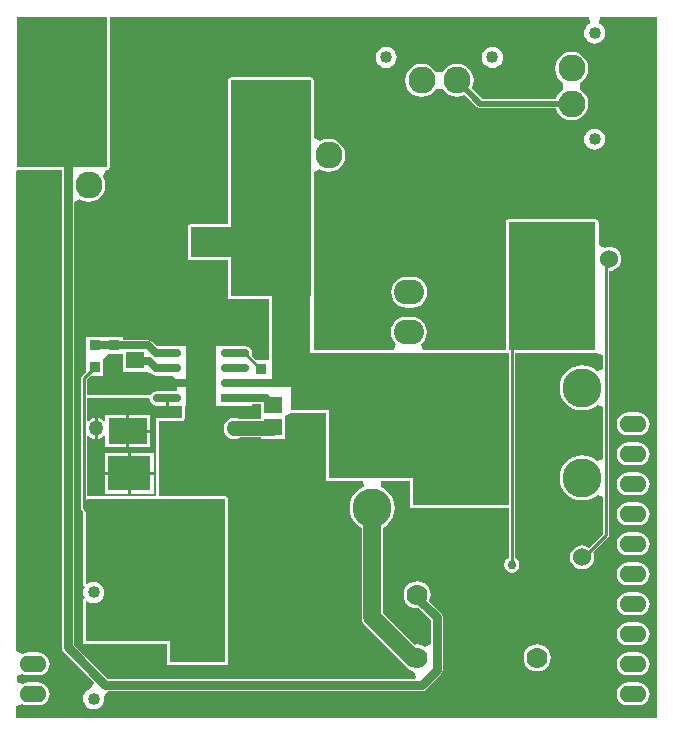
<source format=gtl>
G04*
G04 #@! TF.GenerationSoftware,Altium Limited,Altium Designer,20.1.12 (249)*
G04*
G04 Layer_Physical_Order=1*
G04 Layer_Color=255*
%FSLAX25Y25*%
%MOIN*%
G70*
G04*
G04 #@! TF.SameCoordinates,52F10900-DB58-4C41-AEEA-7F3F7A3DCA95*
G04*
G04*
G04 #@! TF.FilePolarity,Positive*
G04*
G01*
G75*
%ADD10C,0.01000*%
%ADD13R,0.14300X0.11650*%
%ADD14O,0.09449X0.02756*%
%ADD15R,0.09449X0.02756*%
%ADD16R,0.09449X0.12205*%
%ADD17R,0.03740X0.03543*%
%ADD18R,0.05906X0.05709*%
%ADD19R,0.13000X0.08661*%
%ADD20R,0.06500X0.06500*%
%ADD40C,0.06000*%
%ADD41C,0.03000*%
%ADD42C,0.02000*%
%ADD43C,0.05000*%
%ADD44C,0.02700*%
%ADD45C,0.02500*%
%ADD46R,0.10000X0.27000*%
%ADD47R,0.29000X0.42640*%
%ADD48R,0.30000X0.50000*%
%ADD49R,0.17500X0.10000*%
%ADD50R,0.26500X0.72000*%
%ADD51R,0.13000X0.98500*%
%ADD52C,0.13000*%
%ADD53C,0.07000*%
%ADD54O,0.08960X0.05600*%
%ADD55C,0.09000*%
%ADD56C,0.04000*%
G04:AMPARAMS|DCode=57|XSize=240mil|YSize=80mil|CornerRadius=20mil|HoleSize=0mil|Usage=FLASHONLY|Rotation=0.000|XOffset=0mil|YOffset=0mil|HoleType=Round|Shape=RoundedRectangle|*
%AMROUNDEDRECTD57*
21,1,0.24000,0.04000,0,0,0.0*
21,1,0.20000,0.08000,0,0,0.0*
1,1,0.04000,0.10000,-0.02000*
1,1,0.04000,-0.10000,-0.02000*
1,1,0.04000,-0.10000,0.02000*
1,1,0.04000,0.10000,0.02000*
%
%ADD57ROUNDEDRECTD57*%
%ADD58O,0.10000X0.08300*%
%ADD59C,0.06000*%
%ADD60R,0.06000X0.06000*%
%ADD61C,0.03000*%
%ADD62C,0.05000*%
G36*
X340000Y101803D02*
X126303Y101803D01*
Y105858D01*
X128303Y106758D01*
X128404Y106681D01*
X129328Y106298D01*
X130320Y106167D01*
X133680D01*
X134672Y106298D01*
X135596Y106681D01*
X136390Y107290D01*
X136999Y108084D01*
X137382Y109008D01*
X137513Y110000D01*
X137382Y110992D01*
X136999Y111916D01*
X136390Y112710D01*
X135596Y113319D01*
X134672Y113702D01*
X133680Y113833D01*
X130320D01*
X129328Y113702D01*
X128404Y113319D01*
X128303Y113242D01*
X126578Y114018D01*
Y115982D01*
X128303Y116758D01*
X128404Y116681D01*
X129328Y116298D01*
X130320Y116167D01*
X133680D01*
X134672Y116298D01*
X135596Y116681D01*
X136390Y117290D01*
X136999Y118084D01*
X137382Y119008D01*
X137513Y120000D01*
X137382Y120992D01*
X136999Y121916D01*
X136390Y122710D01*
X135596Y123319D01*
X134672Y123702D01*
X133680Y123833D01*
X130320D01*
X129328Y123702D01*
X128404Y123319D01*
X128303Y123242D01*
X126303Y124142D01*
Y284319D01*
X126500Y284480D01*
X141461D01*
Y125500D01*
X141616Y124720D01*
X142058Y124058D01*
X152257Y113859D01*
X152253Y113705D01*
X151455Y111832D01*
X151285Y111810D01*
X150434Y111457D01*
X149703Y110896D01*
X149142Y110165D01*
X148789Y109314D01*
X148669Y108400D01*
X148789Y107486D01*
X149142Y106635D01*
X149703Y105904D01*
X150434Y105343D01*
X151285Y104990D01*
X152199Y104870D01*
X153113Y104990D01*
X153964Y105343D01*
X154695Y105904D01*
X155256Y106635D01*
X155609Y107486D01*
X155729Y108400D01*
X155649Y109007D01*
X155685Y109207D01*
X155929Y109673D01*
X157074Y110961D01*
X261500D01*
X262280Y111116D01*
X262942Y111558D01*
X267942Y116558D01*
X268384Y117220D01*
X268539Y118000D01*
Y135500D01*
X268384Y136280D01*
X267942Y136942D01*
X263996Y140888D01*
X264384Y141825D01*
X264539Y143000D01*
X264384Y144175D01*
X263931Y145269D01*
X263209Y146209D01*
X262269Y146931D01*
X261175Y147384D01*
X260000Y147539D01*
X258825Y147384D01*
X257731Y146931D01*
X256791Y146209D01*
X256069Y145269D01*
X255616Y144175D01*
X255461Y143000D01*
X255616Y141825D01*
X256069Y140731D01*
X256791Y139791D01*
X257731Y139069D01*
X258825Y138616D01*
X260000Y138461D01*
X260579Y138537D01*
X264461Y134655D01*
Y126737D01*
X262461Y125784D01*
X262269Y125931D01*
X261175Y126384D01*
X260000Y126539D01*
X259075Y126417D01*
X248530Y136962D01*
Y165383D01*
X249187Y165734D01*
X250329Y166671D01*
X251266Y167813D01*
X251963Y169116D01*
X252392Y170530D01*
X252536Y172000D01*
X252392Y173470D01*
X251963Y174884D01*
X251266Y176187D01*
X250329Y177329D01*
X249187Y178266D01*
X247884Y178963D01*
X247825Y178980D01*
X248122Y180980D01*
X257480D01*
X257480Y173558D01*
X257480Y173000D01*
X257480Y173000D01*
X257558Y172610D01*
X257779Y172279D01*
X258110Y172058D01*
X258500Y171980D01*
X258500Y171980D01*
X259058Y171980D01*
X290480Y171980D01*
Y155325D01*
X289698Y154802D01*
X289145Y153975D01*
X288951Y153000D01*
X289145Y152024D01*
X289698Y151198D01*
X290525Y150645D01*
X291500Y150451D01*
X292476Y150645D01*
X293302Y151198D01*
X293855Y152024D01*
X294049Y153000D01*
X293855Y153975D01*
X293302Y154802D01*
X292520Y155325D01*
Y223480D01*
X319500D01*
X319890Y223558D01*
X319980Y223618D01*
X321014Y223343D01*
X321980Y222812D01*
Y218469D01*
X321239Y217957D01*
X319980Y217615D01*
X319187Y218266D01*
X317884Y218963D01*
X316470Y219391D01*
X315000Y219536D01*
X313530Y219391D01*
X312116Y218963D01*
X310813Y218266D01*
X309671Y217329D01*
X308734Y216187D01*
X308037Y214884D01*
X307609Y213470D01*
X307464Y212000D01*
X307609Y210530D01*
X308037Y209116D01*
X308734Y207813D01*
X309671Y206671D01*
X310813Y205734D01*
X312116Y205037D01*
X313530Y204608D01*
X315000Y204464D01*
X316470Y204608D01*
X317884Y205037D01*
X319187Y205734D01*
X319980Y206385D01*
X321239Y206043D01*
X321980Y205531D01*
Y188469D01*
X321239Y187957D01*
X319980Y187615D01*
X319187Y188266D01*
X317884Y188963D01*
X316470Y189392D01*
X315000Y189536D01*
X313530Y189392D01*
X312116Y188963D01*
X310813Y188266D01*
X309671Y187329D01*
X308734Y186187D01*
X308037Y184884D01*
X307609Y183470D01*
X307464Y182000D01*
X307609Y180530D01*
X308037Y179116D01*
X308734Y177813D01*
X309671Y176671D01*
X310813Y175734D01*
X312116Y175037D01*
X313530Y174609D01*
X315000Y174464D01*
X316470Y174609D01*
X317884Y175037D01*
X319187Y175734D01*
X319980Y176385D01*
X321239Y176043D01*
X321980Y175531D01*
Y163422D01*
X317320Y158762D01*
X317017Y158994D01*
X316044Y159397D01*
X315000Y159535D01*
X313956Y159397D01*
X312983Y158994D01*
X312147Y158353D01*
X311506Y157517D01*
X311103Y156544D01*
X310965Y155500D01*
X311103Y154456D01*
X311506Y153483D01*
X312147Y152647D01*
X312983Y152006D01*
X313956Y151603D01*
X315000Y151465D01*
X316044Y151603D01*
X317017Y152006D01*
X317853Y152647D01*
X318494Y153483D01*
X318897Y154456D01*
X319035Y155500D01*
X318897Y156544D01*
X318630Y157188D01*
X323721Y162279D01*
X323942Y162610D01*
X324020Y163000D01*
Y250968D01*
X325044Y251103D01*
X326017Y251506D01*
X326853Y252147D01*
X327494Y252983D01*
X327897Y253956D01*
X328034Y255000D01*
X327897Y256044D01*
X327494Y257017D01*
X326853Y257853D01*
X326017Y258494D01*
X325044Y258897D01*
X324000Y259034D01*
X322956Y258897D01*
X322520Y258716D01*
X321024Y259410D01*
X320520Y259892D01*
Y267140D01*
X320442Y267530D01*
X320221Y267861D01*
X319890Y268082D01*
X319500Y268159D01*
X290500D01*
X290110Y268082D01*
X289779Y267861D01*
X289558Y267530D01*
X289480Y267140D01*
Y224520D01*
X262001D01*
X261322Y226520D01*
X261723Y226827D01*
X262548Y227903D01*
X263067Y229156D01*
X263244Y230500D01*
X263067Y231844D01*
X262548Y233097D01*
X261723Y234173D01*
X260647Y234998D01*
X259394Y235517D01*
X258050Y235694D01*
X256350D01*
X255006Y235517D01*
X253753Y234998D01*
X252677Y234173D01*
X251852Y233097D01*
X251333Y231844D01*
X251156Y230500D01*
X251333Y229156D01*
X251852Y227903D01*
X252677Y226827D01*
X253078Y226520D01*
X252399Y224520D01*
X225520D01*
Y283868D01*
X227520Y284854D01*
X227726Y284696D01*
X229064Y284142D01*
X230500Y283952D01*
X231936Y284142D01*
X233274Y284696D01*
X234423Y285577D01*
X235304Y286726D01*
X235858Y288064D01*
X236048Y289500D01*
X235858Y290936D01*
X235304Y292274D01*
X234423Y293423D01*
X233274Y294304D01*
X231936Y294858D01*
X230500Y295047D01*
X229064Y294858D01*
X227726Y294304D01*
X227520Y294146D01*
X225520Y295132D01*
Y311000D01*
Y314500D01*
X225442Y314890D01*
X225221Y315221D01*
X224890Y315442D01*
X224500Y315520D01*
X198000D01*
X197610Y315442D01*
X197279Y315221D01*
X197058Y314890D01*
X196980Y314500D01*
Y266520D01*
X184500D01*
X184110Y266442D01*
X183779Y266221D01*
X183558Y265890D01*
X183480Y265500D01*
Y255500D01*
X183558Y255110D01*
X183779Y254779D01*
X184110Y254558D01*
X184500Y254480D01*
X196980D01*
Y242500D01*
X197058Y242110D01*
X197279Y241779D01*
X197610Y241558D01*
X198000Y241480D01*
X210480D01*
Y221130D01*
X206312D01*
X204891Y222551D01*
X204905Y222572D01*
X205090Y223500D01*
X204905Y224428D01*
X204380Y225214D01*
X203593Y225740D01*
X202665Y225924D01*
X173335D01*
X173138Y225885D01*
X171620Y227403D01*
X171041Y227790D01*
X170358Y227926D01*
X161870D01*
Y228913D01*
X156130D01*
Y228913D01*
X155370D01*
Y228913D01*
X149630D01*
Y223370D01*
X149630D01*
Y221630D01*
X149630D01*
Y217430D01*
X148279Y216079D01*
X148058Y215749D01*
X147980Y215358D01*
Y172000D01*
X148058Y171610D01*
X148279Y171279D01*
X148480Y171078D01*
Y146771D01*
X148513Y146608D01*
X148535Y146443D01*
X148551Y146414D01*
X148558Y146381D01*
X148650Y146242D01*
X148733Y146099D01*
X148760Y146078D01*
X148779Y146050D01*
X149142Y145565D01*
X148789Y144714D01*
X148669Y143800D01*
X148789Y142886D01*
X149142Y142035D01*
X148779Y141550D01*
X148760Y141522D01*
X148733Y141501D01*
X148650Y141357D01*
X148558Y141219D01*
X148551Y141186D01*
X148535Y141157D01*
X148513Y140992D01*
X148480Y140829D01*
Y127500D01*
X148558Y127110D01*
X148779Y126779D01*
X149110Y126558D01*
X149500Y126480D01*
X159687D01*
X159899Y126453D01*
X160111Y126480D01*
X176480D01*
Y120500D01*
X176558Y120110D01*
X176779Y119779D01*
X177110Y119558D01*
X177500Y119480D01*
X195980D01*
X196371Y119558D01*
X196701Y119779D01*
X196922Y120110D01*
X197000Y120500D01*
Y174980D01*
X196922Y175371D01*
X196701Y175701D01*
X196371Y175922D01*
X195980Y176000D01*
X174000D01*
X174000Y199042D01*
D01*
Y201000D01*
X181500Y201000D01*
X181890Y201078D01*
X182221Y201299D01*
X182442Y201629D01*
X182520Y202020D01*
X182520Y206000D01*
X196000D01*
X196000Y206000D01*
X197950Y206122D01*
X205043D01*
Y206716D01*
X208047D01*
Y201526D01*
X200806D01*
X200765Y201557D01*
X199914Y201910D01*
X199000Y202030D01*
X198086Y201910D01*
X197235Y201557D01*
X196504Y200996D01*
X195943Y200265D01*
X195590Y199414D01*
X195470Y198500D01*
X195590Y197586D01*
X195943Y196735D01*
X196504Y196004D01*
X197235Y195443D01*
X198086Y195090D01*
X199000Y194970D01*
X199914Y195090D01*
X200765Y195443D01*
X200806Y195474D01*
X208047D01*
Y195004D01*
X215953D01*
Y202438D01*
X215985Y202460D01*
X217953Y203490D01*
X218000Y203480D01*
X218000Y203480D01*
X218558Y203480D01*
X229480Y203480D01*
Y182000D01*
X229558Y181610D01*
X229779Y181279D01*
X230110Y181058D01*
X230500Y180980D01*
X241878D01*
X242175Y178980D01*
X242116Y178963D01*
X240813Y178266D01*
X239671Y177329D01*
X238734Y176187D01*
X238037Y174884D01*
X237609Y173470D01*
X237464Y172000D01*
X237609Y170530D01*
X238037Y169116D01*
X238734Y167813D01*
X239671Y166671D01*
X240813Y165734D01*
X241470Y165383D01*
Y135500D01*
X241590Y134586D01*
X241943Y133735D01*
X242504Y133004D01*
X256004Y119504D01*
X256586Y119057D01*
X256791Y118791D01*
X257731Y118069D01*
X258580Y117717D01*
X258934Y117301D01*
X259558Y115502D01*
X259270Y115039D01*
X156845D01*
X145539Y126345D01*
Y273853D01*
X147539Y274839D01*
X147726Y274696D01*
X149064Y274142D01*
X150500Y273953D01*
X151936Y274142D01*
X153274Y274696D01*
X154423Y275577D01*
X155304Y276726D01*
X155858Y278064D01*
X156047Y279500D01*
X155858Y280936D01*
X155304Y282274D01*
X155146Y282480D01*
X156132Y284480D01*
X156500D01*
X156890Y284558D01*
X157221Y284779D01*
X157442Y285110D01*
X157520Y285500D01*
Y335500D01*
X317382D01*
X317780Y333500D01*
X317435Y333357D01*
X316704Y332796D01*
X316143Y332065D01*
X315790Y331214D01*
X315670Y330300D01*
X315790Y329386D01*
X316143Y328535D01*
X316704Y327804D01*
X317435Y327243D01*
X318286Y326890D01*
X319200Y326770D01*
X320114Y326890D01*
X320965Y327243D01*
X321696Y327804D01*
X322257Y328535D01*
X322610Y329386D01*
X322730Y330300D01*
X322610Y331214D01*
X322257Y332065D01*
X321696Y332796D01*
X320965Y333357D01*
X320620Y333500D01*
X321018Y335500D01*
X340000D01*
Y101803D01*
D02*
G37*
G36*
X161870Y223370D02*
X162047Y221444D01*
Y217287D01*
X169953D01*
X169953Y217287D01*
X171718Y216720D01*
X172407Y216260D01*
X173335Y216075D01*
X178599D01*
X180012Y214660D01*
X180007Y210925D01*
X173335D01*
X172407Y210740D01*
X171620Y210214D01*
X171095Y209428D01*
X171038Y209395D01*
X170823Y209467D01*
X170660Y209488D01*
X170500Y209520D01*
X150020D01*
Y214936D01*
X151170Y216087D01*
X155370D01*
Y221630D01*
X155370D01*
Y221685D01*
X157370Y223370D01*
X161870D01*
D02*
G37*
G36*
X177181Y206076D02*
X179925D01*
X180000Y206000D01*
Y206000D01*
X181500D01*
X181500Y202020D01*
X174000Y202020D01*
X173901Y202000D01*
X173000D01*
Y201098D01*
X172980Y201000D01*
X172980Y176000D01*
X150020D01*
Y195857D01*
X150338Y195965D01*
X150520Y195992D01*
X151235Y195443D01*
X152086Y195090D01*
X152500Y195036D01*
Y198500D01*
Y201964D01*
X152086Y201910D01*
X151235Y201557D01*
X150520Y201008D01*
X150338Y201035D01*
X150020Y201143D01*
Y208500D01*
X170500D01*
X170939Y208353D01*
X171095Y207572D01*
X171620Y206786D01*
X172407Y206260D01*
X173335Y206076D01*
X176181D01*
Y208500D01*
X177181D01*
Y206076D01*
D02*
G37*
G36*
X174000Y174980D02*
X195980D01*
Y120500D01*
X177500D01*
Y127500D01*
X149500D01*
Y140829D01*
X150000Y141076D01*
X150434Y140743D01*
X151285Y140390D01*
X152199Y140270D01*
X153113Y140390D01*
X153964Y140743D01*
X154695Y141304D01*
X155256Y142035D01*
X155609Y142886D01*
X155729Y143800D01*
X155609Y144714D01*
X155256Y145565D01*
X154695Y146296D01*
X153964Y146857D01*
X153113Y147210D01*
X152199Y147330D01*
X151285Y147210D01*
X150434Y146857D01*
X150000Y146524D01*
X149500Y146771D01*
Y174749D01*
X150000Y174984D01*
X150020Y174980D01*
X172980D01*
X173079Y175000D01*
X173901D01*
X174000Y174980D01*
D02*
G37*
G36*
X290480Y223484D02*
Y173000D01*
X258500Y173000D01*
X258500Y182000D01*
X230500D01*
Y204500D01*
X218000Y204500D01*
X218000Y223500D01*
X290402D01*
X290480Y223484D01*
D02*
G37*
%LPC*%
G36*
X285100Y325730D02*
X284186Y325610D01*
X283335Y325257D01*
X282604Y324696D01*
X282043Y323965D01*
X281690Y323114D01*
X281570Y322200D01*
X281690Y321286D01*
X282043Y320435D01*
X282604Y319704D01*
X283335Y319143D01*
X284186Y318790D01*
X285100Y318670D01*
X286014Y318790D01*
X286865Y319143D01*
X287596Y319704D01*
X288157Y320435D01*
X288510Y321286D01*
X288630Y322200D01*
X288510Y323114D01*
X288157Y323965D01*
X287596Y324696D01*
X286865Y325257D01*
X286014Y325610D01*
X285100Y325730D01*
D02*
G37*
G36*
X249700D02*
X248786Y325610D01*
X247935Y325257D01*
X247204Y324696D01*
X246643Y323965D01*
X246290Y323114D01*
X246170Y322200D01*
X246290Y321286D01*
X246643Y320435D01*
X247204Y319704D01*
X247935Y319143D01*
X248786Y318790D01*
X249700Y318670D01*
X250614Y318790D01*
X251465Y319143D01*
X252196Y319704D01*
X252757Y320435D01*
X253110Y321286D01*
X253230Y322200D01*
X253110Y323114D01*
X252757Y323965D01*
X252196Y324696D01*
X251465Y325257D01*
X250614Y325610D01*
X249700Y325730D01*
D02*
G37*
G36*
X311500Y324047D02*
X310064Y323858D01*
X308726Y323304D01*
X307577Y322423D01*
X306696Y321274D01*
X306142Y319936D01*
X305953Y318500D01*
X306142Y317064D01*
X306696Y315726D01*
X307577Y314577D01*
X308726Y313696D01*
X308758Y313682D01*
Y311518D01*
X308726Y311504D01*
X307577Y310623D01*
X306696Y309474D01*
X306180Y308229D01*
X281733D01*
X278143Y311820D01*
X278658Y313064D01*
X278848Y314500D01*
X278658Y315936D01*
X278104Y317274D01*
X277223Y318423D01*
X276074Y319304D01*
X274736Y319858D01*
X273300Y320047D01*
X271864Y319858D01*
X270526Y319304D01*
X269377Y318423D01*
X268496Y317274D01*
X268482Y317242D01*
X266318D01*
X266304Y317274D01*
X265423Y318423D01*
X264274Y319304D01*
X262936Y319858D01*
X261500Y320047D01*
X260064Y319858D01*
X258726Y319304D01*
X257577Y318423D01*
X256696Y317274D01*
X256142Y315936D01*
X255953Y314500D01*
X256142Y313064D01*
X256696Y311726D01*
X257577Y310577D01*
X258726Y309696D01*
X260064Y309142D01*
X261500Y308952D01*
X262936Y309142D01*
X264274Y309696D01*
X265423Y310577D01*
X266304Y311726D01*
X266318Y311758D01*
X268482D01*
X268496Y311726D01*
X269377Y310577D01*
X270526Y309696D01*
X271864Y309142D01*
X273300Y308952D01*
X274736Y309142D01*
X275980Y309657D01*
X280019Y305619D01*
X280515Y305287D01*
X281100Y305171D01*
X306180D01*
X306696Y303926D01*
X307577Y302777D01*
X308726Y301896D01*
X310064Y301342D01*
X311500Y301152D01*
X312936Y301342D01*
X314274Y301896D01*
X315423Y302777D01*
X316304Y303926D01*
X316858Y305264D01*
X317048Y306700D01*
X316858Y308136D01*
X316304Y309474D01*
X315423Y310623D01*
X314274Y311504D01*
X314242Y311518D01*
Y313682D01*
X314274Y313696D01*
X315423Y314577D01*
X316304Y315726D01*
X316858Y317064D01*
X317048Y318500D01*
X316858Y319936D01*
X316304Y321274D01*
X315423Y322423D01*
X314274Y323304D01*
X312936Y323858D01*
X311500Y324047D01*
D02*
G37*
G36*
X319200Y298430D02*
X318286Y298310D01*
X317435Y297957D01*
X316704Y297396D01*
X316143Y296665D01*
X315790Y295814D01*
X315670Y294900D01*
X315790Y293986D01*
X316143Y293135D01*
X316704Y292404D01*
X317435Y291843D01*
X318286Y291490D01*
X319200Y291370D01*
X320114Y291490D01*
X320965Y291843D01*
X321696Y292404D01*
X322257Y293135D01*
X322610Y293986D01*
X322730Y294900D01*
X322610Y295814D01*
X322257Y296665D01*
X321696Y297396D01*
X320965Y297957D01*
X320114Y298310D01*
X319200Y298430D01*
D02*
G37*
G36*
X258250Y249094D02*
X256550D01*
X255206Y248917D01*
X253953Y248398D01*
X252877Y247573D01*
X252051Y246497D01*
X251533Y245244D01*
X251356Y243900D01*
X251533Y242556D01*
X252051Y241303D01*
X252877Y240227D01*
X253953Y239402D01*
X255206Y238883D01*
X256550Y238706D01*
X258250D01*
X259594Y238883D01*
X260847Y239402D01*
X261923Y240227D01*
X262749Y241303D01*
X263267Y242556D01*
X263444Y243900D01*
X263267Y245244D01*
X262749Y246497D01*
X261923Y247573D01*
X260847Y248398D01*
X259594Y248917D01*
X258250Y249094D01*
D02*
G37*
G36*
X333680Y203833D02*
X330320D01*
X329328Y203702D01*
X328404Y203319D01*
X327610Y202710D01*
X327001Y201916D01*
X326618Y200992D01*
X326487Y200000D01*
X326618Y199008D01*
X327001Y198084D01*
X327610Y197290D01*
X328404Y196681D01*
X329328Y196298D01*
X330320Y196167D01*
X333680D01*
X334672Y196298D01*
X335596Y196681D01*
X336390Y197290D01*
X336999Y198084D01*
X337382Y199008D01*
X337513Y200000D01*
X337382Y200992D01*
X336999Y201916D01*
X336390Y202710D01*
X335596Y203319D01*
X334672Y203702D01*
X333680Y203833D01*
D02*
G37*
G36*
Y193833D02*
X330320D01*
X329328Y193702D01*
X328404Y193319D01*
X327610Y192710D01*
X327001Y191916D01*
X326618Y190992D01*
X326487Y190000D01*
X326618Y189008D01*
X327001Y188084D01*
X327610Y187290D01*
X328404Y186681D01*
X329328Y186298D01*
X330320Y186167D01*
X333680D01*
X334672Y186298D01*
X335596Y186681D01*
X336390Y187290D01*
X336999Y188084D01*
X337382Y189008D01*
X337513Y190000D01*
X337382Y190992D01*
X336999Y191916D01*
X336390Y192710D01*
X335596Y193319D01*
X334672Y193702D01*
X333680Y193833D01*
D02*
G37*
G36*
Y183833D02*
X330320D01*
X329328Y183702D01*
X328404Y183319D01*
X327610Y182710D01*
X327001Y181916D01*
X326618Y180992D01*
X326487Y180000D01*
X326618Y179008D01*
X327001Y178084D01*
X327610Y177290D01*
X328404Y176681D01*
X329328Y176298D01*
X330320Y176167D01*
X333680D01*
X334672Y176298D01*
X335596Y176681D01*
X336390Y177290D01*
X336999Y178084D01*
X337382Y179008D01*
X337513Y180000D01*
X337382Y180992D01*
X336999Y181916D01*
X336390Y182710D01*
X335596Y183319D01*
X334672Y183702D01*
X333680Y183833D01*
D02*
G37*
G36*
Y173833D02*
X330320D01*
X329328Y173702D01*
X328404Y173319D01*
X327610Y172710D01*
X327001Y171916D01*
X326618Y170992D01*
X326487Y170000D01*
X326618Y169008D01*
X327001Y168084D01*
X327610Y167290D01*
X328404Y166681D01*
X329328Y166298D01*
X330320Y166167D01*
X333680D01*
X334672Y166298D01*
X335596Y166681D01*
X336390Y167290D01*
X336999Y168084D01*
X337382Y169008D01*
X337513Y170000D01*
X337382Y170992D01*
X336999Y171916D01*
X336390Y172710D01*
X335596Y173319D01*
X334672Y173702D01*
X333680Y173833D01*
D02*
G37*
G36*
Y163833D02*
X330320D01*
X329328Y163702D01*
X328404Y163319D01*
X327610Y162710D01*
X327001Y161916D01*
X326618Y160992D01*
X326487Y160000D01*
X326618Y159008D01*
X327001Y158084D01*
X327610Y157290D01*
X328404Y156681D01*
X329328Y156298D01*
X330320Y156167D01*
X333680D01*
X334672Y156298D01*
X335596Y156681D01*
X336390Y157290D01*
X336999Y158084D01*
X337382Y159008D01*
X337513Y160000D01*
X337382Y160992D01*
X336999Y161916D01*
X336390Y162710D01*
X335596Y163319D01*
X334672Y163702D01*
X333680Y163833D01*
D02*
G37*
G36*
Y153833D02*
X330320D01*
X329328Y153702D01*
X328404Y153319D01*
X327610Y152710D01*
X327001Y151916D01*
X326618Y150992D01*
X326487Y150000D01*
X326618Y149008D01*
X327001Y148084D01*
X327610Y147290D01*
X328404Y146681D01*
X329328Y146298D01*
X330320Y146167D01*
X333680D01*
X334672Y146298D01*
X335596Y146681D01*
X336390Y147290D01*
X336999Y148084D01*
X337382Y149008D01*
X337513Y150000D01*
X337382Y150992D01*
X336999Y151916D01*
X336390Y152710D01*
X335596Y153319D01*
X334672Y153702D01*
X333680Y153833D01*
D02*
G37*
G36*
Y143833D02*
X330320D01*
X329328Y143702D01*
X328404Y143319D01*
X327610Y142710D01*
X327001Y141916D01*
X326618Y140992D01*
X326487Y140000D01*
X326618Y139008D01*
X327001Y138084D01*
X327610Y137290D01*
X328404Y136681D01*
X329328Y136298D01*
X330320Y136167D01*
X333680D01*
X334672Y136298D01*
X335596Y136681D01*
X336390Y137290D01*
X336999Y138084D01*
X337382Y139008D01*
X337513Y140000D01*
X337382Y140992D01*
X336999Y141916D01*
X336390Y142710D01*
X335596Y143319D01*
X334672Y143702D01*
X333680Y143833D01*
D02*
G37*
G36*
Y133833D02*
X330320D01*
X329328Y133702D01*
X328404Y133319D01*
X327610Y132710D01*
X327001Y131916D01*
X326618Y130992D01*
X326487Y130000D01*
X326618Y129008D01*
X327001Y128084D01*
X327610Y127290D01*
X328404Y126681D01*
X329328Y126298D01*
X330320Y126167D01*
X333680D01*
X334672Y126298D01*
X335596Y126681D01*
X336390Y127290D01*
X336999Y128084D01*
X337382Y129008D01*
X337513Y130000D01*
X337382Y130992D01*
X336999Y131916D01*
X336390Y132710D01*
X335596Y133319D01*
X334672Y133702D01*
X333680Y133833D01*
D02*
G37*
G36*
X300000Y126539D02*
X298825Y126384D01*
X297731Y125931D01*
X296791Y125209D01*
X296069Y124269D01*
X295616Y123175D01*
X295461Y122000D01*
X295616Y120825D01*
X296069Y119731D01*
X296791Y118791D01*
X297731Y118069D01*
X298825Y117616D01*
X300000Y117461D01*
X301175Y117616D01*
X302269Y118069D01*
X303209Y118791D01*
X303931Y119731D01*
X304384Y120825D01*
X304539Y122000D01*
X304384Y123175D01*
X303931Y124269D01*
X303209Y125209D01*
X302269Y125931D01*
X301175Y126384D01*
X300000Y126539D01*
D02*
G37*
G36*
X333680Y123833D02*
X330320D01*
X329328Y123702D01*
X328404Y123319D01*
X327610Y122710D01*
X327001Y121916D01*
X326618Y120992D01*
X326487Y120000D01*
X326618Y119008D01*
X327001Y118084D01*
X327610Y117290D01*
X328404Y116681D01*
X329328Y116298D01*
X330320Y116167D01*
X333680D01*
X334672Y116298D01*
X335596Y116681D01*
X336390Y117290D01*
X336999Y118084D01*
X337382Y119008D01*
X337513Y120000D01*
X337382Y120992D01*
X336999Y121916D01*
X336390Y122710D01*
X335596Y123319D01*
X334672Y123702D01*
X333680Y123833D01*
D02*
G37*
G36*
Y113833D02*
X330320D01*
X329328Y113702D01*
X328404Y113319D01*
X327610Y112710D01*
X327001Y111916D01*
X326618Y110992D01*
X326487Y110000D01*
X326618Y109008D01*
X327001Y108084D01*
X327610Y107290D01*
X328404Y106681D01*
X329328Y106298D01*
X330320Y106167D01*
X333680D01*
X334672Y106298D01*
X335596Y106681D01*
X336390Y107290D01*
X336999Y108084D01*
X337382Y109008D01*
X337513Y110000D01*
X337382Y110992D01*
X336999Y111916D01*
X336390Y112710D01*
X335596Y113319D01*
X334672Y113702D01*
X333680Y113833D01*
D02*
G37*
G36*
X163000Y202831D02*
X156000D01*
Y201117D01*
X155526Y200957D01*
X155496Y200996D01*
X154765Y201557D01*
X153914Y201910D01*
X153500Y201964D01*
Y198500D01*
Y195036D01*
X153914Y195090D01*
X154765Y195443D01*
X155496Y196004D01*
X155526Y196043D01*
X156000Y195882D01*
Y192169D01*
X163000D01*
Y197500D01*
Y202831D01*
D02*
G37*
G36*
X171000D02*
X164000D01*
Y198000D01*
X171000D01*
Y202831D01*
D02*
G37*
G36*
Y197000D02*
X164000D01*
Y192169D01*
X171000D01*
Y197000D01*
D02*
G37*
G36*
X172150Y190325D02*
X164500D01*
Y184000D01*
X172150D01*
Y190325D01*
D02*
G37*
G36*
X163500D02*
X155850D01*
Y184000D01*
X163500D01*
Y190325D01*
D02*
G37*
G36*
X172150Y183000D02*
X164500D01*
Y176675D01*
X172150D01*
Y183000D01*
D02*
G37*
G36*
X163500D02*
X155850D01*
Y176675D01*
X163500D01*
Y183000D01*
D02*
G37*
%LPD*%
D10*
X206882Y219118D02*
X207882D01*
X202500Y223500D02*
X206882Y219118D01*
X199319Y223500D02*
X202500D01*
X149000Y215358D02*
X151130Y217488D01*
X149000Y172000D02*
Y215358D01*
Y172000D02*
X152000Y169000D01*
X324000Y253466D02*
Y255000D01*
X323000Y252466D02*
X324000Y253466D01*
X323000Y163000D02*
Y252466D01*
X314000Y156500D02*
X316500D01*
X323000Y163000D01*
X294000Y232500D02*
X301700D01*
X152000Y167000D02*
Y169000D01*
X185500Y213500D02*
X188000Y216000D01*
X159098Y217402D02*
Y218858D01*
X166000Y213858D02*
X166358Y213500D01*
X159000Y218858D02*
X159098D01*
X291500Y153000D02*
Y230000D01*
X294000Y232500D01*
X158950Y162050D02*
X164000D01*
X151130Y217488D02*
Y217587D01*
X152402Y218858D01*
X152500D01*
X208962Y208500D02*
X208965Y208496D01*
X209646D01*
X166000Y221142D02*
X166142Y221000D01*
X173000Y218500D02*
X176681D01*
X173000Y223500D02*
X176681D01*
D13*
X164000Y162050D02*
D03*
Y183500D02*
D03*
D14*
X176681Y223500D02*
D03*
Y218500D02*
D03*
Y213500D02*
D03*
Y208500D02*
D03*
X199319Y223500D02*
D03*
Y218500D02*
D03*
Y213500D02*
D03*
D15*
Y208500D02*
D03*
D16*
X188019Y216000D02*
D03*
D17*
X152500Y226142D02*
D03*
Y218858D02*
D03*
X159000D02*
D03*
Y226142D02*
D03*
X208000Y225642D02*
D03*
Y218358D02*
D03*
D18*
X166000Y213858D02*
D03*
Y221142D02*
D03*
X212000Y198858D02*
D03*
Y206142D02*
D03*
D19*
X163500Y197500D02*
D03*
D20*
X177500D02*
D03*
D40*
X258500Y122000D02*
X260000D01*
X245000Y135500D02*
X258500Y122000D01*
X245000Y135500D02*
Y172000D01*
D41*
X261500Y113000D02*
X266500Y118000D01*
X156000Y113000D02*
X261500D01*
X143500Y125500D02*
X156000Y113000D01*
X266500Y118000D02*
Y135500D01*
X260000Y142000D02*
X266500Y135500D01*
X260000Y142000D02*
Y143000D01*
X143500Y125500D02*
Y312500D01*
X150500Y319500D01*
X159098Y217402D02*
X162642Y213858D01*
X166000D01*
D42*
X281100Y306700D02*
X311500D01*
X273300Y314500D02*
X281100Y306700D01*
D43*
X199000Y198500D02*
X211642D01*
X212000Y198858D01*
D44*
X199319Y213500D02*
X221500D01*
X176681D02*
X185500D01*
X166358D02*
X176681D01*
D45*
X199319Y208500D02*
X208962D01*
X209646Y208496D02*
X212000Y206142D01*
X166142Y221000D02*
X170500D01*
X173000Y218500D01*
X159000Y226142D02*
X170358D01*
X173000Y223500D01*
X152500Y226142D02*
X159000D01*
D46*
X188000Y216000D02*
D03*
D47*
X305000Y245820D02*
D03*
D48*
X141500Y310500D02*
D03*
D49*
X193250Y260500D02*
D03*
D50*
X211250Y278500D02*
D03*
D51*
X218000Y261750D02*
D03*
D52*
X315000Y212000D02*
D03*
Y182000D02*
D03*
X245000Y172000D02*
D03*
D53*
X260000Y122000D02*
D03*
X300000D02*
D03*
X260000Y143000D02*
D03*
D54*
X332000Y110000D02*
D03*
Y120000D02*
D03*
Y130000D02*
D03*
Y140000D02*
D03*
Y150000D02*
D03*
Y160000D02*
D03*
Y170000D02*
D03*
Y180000D02*
D03*
Y190000D02*
D03*
Y200000D02*
D03*
X132000Y240000D02*
D03*
Y250000D02*
D03*
Y260000D02*
D03*
Y270000D02*
D03*
Y280000D02*
D03*
Y290000D02*
D03*
Y300000D02*
D03*
Y310000D02*
D03*
Y320000D02*
D03*
Y330000D02*
D03*
X332000Y240000D02*
D03*
Y250000D02*
D03*
Y260000D02*
D03*
Y270000D02*
D03*
Y280000D02*
D03*
Y290000D02*
D03*
Y300000D02*
D03*
Y310000D02*
D03*
Y320000D02*
D03*
Y330000D02*
D03*
X132000Y110000D02*
D03*
Y120000D02*
D03*
Y130000D02*
D03*
Y140000D02*
D03*
Y150000D02*
D03*
Y160000D02*
D03*
Y170000D02*
D03*
Y180000D02*
D03*
Y190000D02*
D03*
Y200000D02*
D03*
D55*
X159899Y132000D02*
D03*
Y120200D02*
D03*
X273300Y314500D02*
D03*
X261500D02*
D03*
X311500Y306700D02*
D03*
Y318500D02*
D03*
X150500Y319500D02*
D03*
Y279500D02*
D03*
Y239500D02*
D03*
X230500D02*
D03*
Y269500D02*
D03*
Y289500D02*
D03*
D56*
X152199Y143800D02*
D03*
Y108400D02*
D03*
X285100Y322200D02*
D03*
X249700D02*
D03*
X319200Y294900D02*
D03*
Y330300D02*
D03*
D57*
X274000Y263000D02*
D03*
X305000D02*
D03*
D58*
X257200Y230500D02*
D03*
X257400Y243900D02*
D03*
X310200Y230500D02*
D03*
Y243900D02*
D03*
D59*
X192657Y125000D02*
D03*
Y171500D02*
D03*
X269000Y142500D02*
D03*
X300000Y160500D02*
D03*
Y142500D02*
D03*
X324000Y255000D02*
D03*
X315000Y155500D02*
D03*
D60*
X212343Y125000D02*
D03*
Y171500D02*
D03*
D61*
X286000Y152000D02*
D03*
X190319Y219500D02*
D03*
X185719D02*
D03*
X190319Y212500D02*
D03*
X185719D02*
D03*
X291500Y153000D02*
D03*
D62*
X272500Y184500D02*
D03*
X285500Y193500D02*
D03*
X272500Y191000D02*
D03*
Y177500D02*
D03*
X279000Y193500D02*
D03*
X188500Y260500D02*
D03*
X194500D02*
D03*
X223000Y209000D02*
D03*
Y219000D02*
D03*
X216500Y294000D02*
D03*
X209000D02*
D03*
X202000D02*
D03*
X199000Y198500D02*
D03*
X153000D02*
D03*
M02*

</source>
